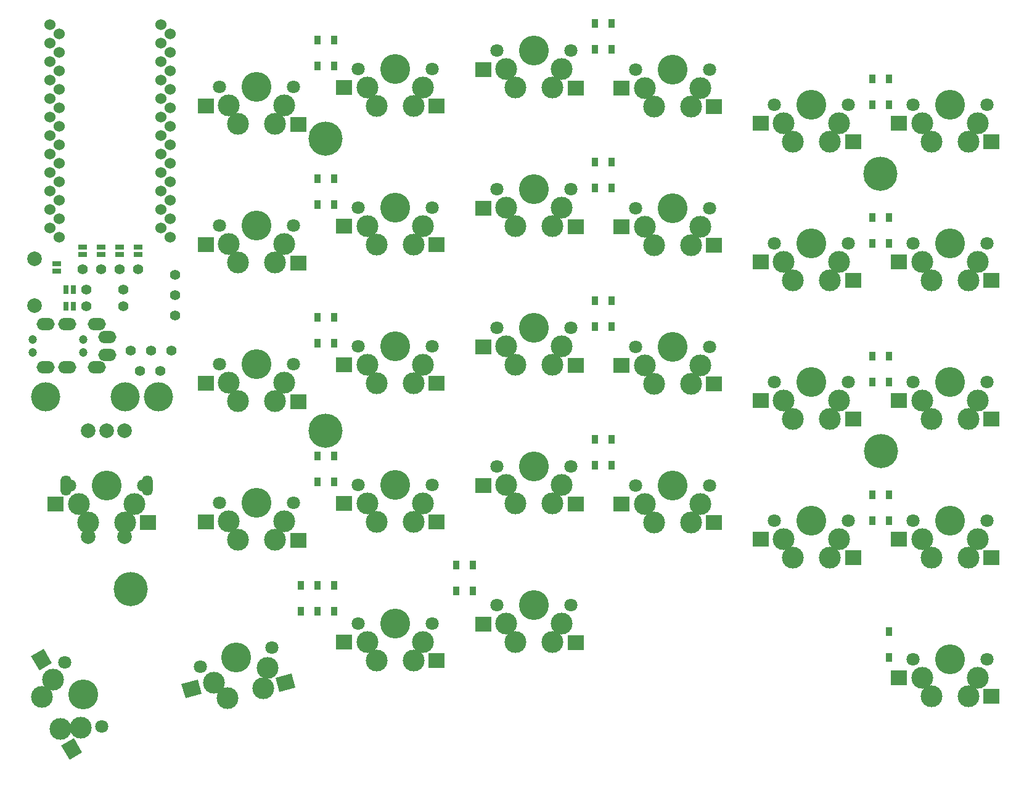
<source format=gts>
G04 #@! TF.GenerationSoftware,KiCad,Pcbnew,(6.0.2-0)*
G04 #@! TF.CreationDate,2022-02-19T09:10:41+00:00*
G04 #@! TF.ProjectId,SofleKeyboard,536f666c-654b-4657-9962-6f6172642e6b,rev?*
G04 #@! TF.SameCoordinates,Original*
G04 #@! TF.FileFunction,Soldermask,Top*
G04 #@! TF.FilePolarity,Negative*
%FSLAX46Y46*%
G04 Gerber Fmt 4.6, Leading zero omitted, Abs format (unit mm)*
G04 Created by KiCad (PCBNEW (6.0.2-0)) date 2022-02-19 09:10:41*
%MOMM*%
%LPD*%
G01*
G04 APERTURE LIST*
%ADD10R,0.950000X1.300000*%
%ADD11C,1.397000*%
%ADD12R,1.143000X0.635000*%
%ADD13C,2.000000*%
%ADD14C,3.000000*%
%ADD15C,1.800000*%
%ADD16C,4.100000*%
%ADD17R,2.300000X2.000000*%
%ADD18O,1.500000X2.800000*%
%ADD19C,4.000000*%
%ADD20C,4.700000*%
%ADD21C,1.524000*%
%ADD22C,1.200000*%
%ADD23O,2.500000X1.700000*%
%ADD24R,0.635000X1.143000*%
G04 APERTURE END LIST*
D10*
X122174000Y-45723000D03*
X122174000Y-49273000D03*
X124460000Y-45723000D03*
X124460000Y-49273000D03*
X160274000Y-43437000D03*
X160274000Y-46987000D03*
X162560000Y-43437000D03*
X162560000Y-46987000D03*
X198374000Y-51057000D03*
X198374000Y-54607000D03*
X200660000Y-51057000D03*
X200660000Y-54607000D03*
X122174000Y-64773000D03*
X122174000Y-68323000D03*
X124460000Y-64773000D03*
X124460000Y-68323000D03*
X160274000Y-62487000D03*
X160274000Y-66037000D03*
X162560000Y-62487000D03*
X162560000Y-66037000D03*
X198374000Y-70107000D03*
X198374000Y-73657000D03*
X200660000Y-70107000D03*
X200660000Y-73657000D03*
X122174000Y-83823000D03*
X122174000Y-87373000D03*
X124460000Y-83823000D03*
X124460000Y-87373000D03*
X160274000Y-81537000D03*
X160274000Y-85087000D03*
X162560000Y-81537000D03*
X162560000Y-85087000D03*
X198374000Y-89157000D03*
X198374000Y-92707000D03*
X200660000Y-89157000D03*
X200660000Y-92707000D03*
X122174000Y-102873000D03*
X122174000Y-106423000D03*
X124460000Y-102873000D03*
X124460000Y-106423000D03*
X160274000Y-100587000D03*
X160274000Y-104137000D03*
X162560000Y-100587000D03*
X162560000Y-104137000D03*
X198374000Y-108207000D03*
X198374000Y-111757000D03*
X200660000Y-108207000D03*
X200660000Y-111757000D03*
X119888000Y-120646000D03*
X119888000Y-124196000D03*
X122174000Y-120653000D03*
X122174000Y-124203000D03*
X124460000Y-120646000D03*
X124460000Y-124196000D03*
X141224000Y-117856000D03*
X141224000Y-121406000D03*
X143510000Y-117859000D03*
X143510000Y-121409000D03*
X200660000Y-127003000D03*
X200660000Y-130553000D03*
D11*
X89916000Y-77216000D03*
X92456000Y-77216000D03*
X94996000Y-77216000D03*
X97536000Y-77216000D03*
D12*
X97536000Y-75176380D03*
X97536000Y-74175620D03*
X94996000Y-75168760D03*
X94996000Y-74168000D03*
X92456000Y-75176380D03*
X92456000Y-74175620D03*
X89916000Y-75168760D03*
X89916000Y-74168000D03*
D11*
X95504000Y-82296000D03*
X90424000Y-82296000D03*
X95504000Y-80010000D03*
X90424000Y-80010000D03*
D13*
X83312000Y-75744000D03*
X83312000Y-82244000D03*
D14*
X111287180Y-57269380D03*
D15*
X118907180Y-52189380D03*
X108747180Y-52189380D03*
D14*
X110017180Y-54729381D03*
X117637180Y-54729380D03*
D16*
X113827180Y-52189380D03*
D14*
X116367180Y-57269380D03*
D17*
X106827180Y-54769380D03*
X119527180Y-57309380D03*
D14*
X135366000Y-54768000D03*
D15*
X127746000Y-49688000D03*
D16*
X132826000Y-49688000D03*
D15*
X137906000Y-49688000D03*
D14*
X130286000Y-54768000D03*
X129016000Y-52228001D03*
X136636000Y-52228000D03*
D17*
X125826000Y-52268000D03*
X138526000Y-54808000D03*
D14*
X148116000Y-49710001D03*
X154466000Y-52250000D03*
D15*
X146846000Y-47170000D03*
D16*
X151926000Y-47170000D03*
D14*
X149386000Y-52250000D03*
D15*
X157006000Y-47170000D03*
D14*
X155736000Y-49710000D03*
D17*
X144926000Y-49750000D03*
X157626000Y-52290000D03*
D15*
X176007000Y-49789000D03*
D14*
X174737000Y-52329000D03*
X167117000Y-52329001D03*
D16*
X170927000Y-49789000D03*
D14*
X168387000Y-54869000D03*
D15*
X165847000Y-49789000D03*
D14*
X173467000Y-54869000D03*
D17*
X163927000Y-52369000D03*
X176627000Y-54909000D03*
D14*
X192566000Y-59669000D03*
X186216000Y-57129001D03*
X193836000Y-57129000D03*
D15*
X195106000Y-54589000D03*
D16*
X190026000Y-54589000D03*
D14*
X187486000Y-59669000D03*
D15*
X184946000Y-54589000D03*
D17*
X183026000Y-57169000D03*
X195726000Y-59709000D03*
D14*
X205215340Y-57130741D03*
X206485340Y-59670740D03*
D16*
X209025340Y-54590740D03*
D15*
X214105340Y-54590740D03*
D14*
X211565340Y-59670740D03*
D15*
X203945340Y-54590740D03*
D14*
X212835340Y-57130740D03*
D17*
X202025340Y-57170740D03*
X214725340Y-59710740D03*
D15*
X118907180Y-71239380D03*
X108747180Y-71239380D03*
D14*
X117637180Y-73779380D03*
X110017180Y-73779381D03*
X116367180Y-76319380D03*
D16*
X113827180Y-71239380D03*
D14*
X111287180Y-76319380D03*
D17*
X106827180Y-73819380D03*
X119527180Y-76359380D03*
D14*
X130286000Y-73818000D03*
X129016000Y-71278001D03*
X136636000Y-71278000D03*
D15*
X137906000Y-68738000D03*
D16*
X132826000Y-68738000D03*
D15*
X127746000Y-68738000D03*
D14*
X135366000Y-73818000D03*
D17*
X125826000Y-71318000D03*
X138526000Y-73858000D03*
D14*
X154466000Y-71300000D03*
D16*
X151926000Y-66220000D03*
D14*
X149386000Y-71300000D03*
X148116000Y-68760001D03*
D15*
X146846000Y-66220000D03*
X157006000Y-66220000D03*
D14*
X155736000Y-68760000D03*
D17*
X144926000Y-68800000D03*
X157626000Y-71340000D03*
D14*
X168387000Y-73919000D03*
X173467000Y-73919000D03*
X167117000Y-71379001D03*
D15*
X165847000Y-68839000D03*
D16*
X170927000Y-68839000D03*
D14*
X174737000Y-71379000D03*
D15*
X176007000Y-68839000D03*
D17*
X163927000Y-71419000D03*
X176627000Y-73959000D03*
D14*
X187486000Y-78719000D03*
D15*
X184946000Y-73639000D03*
D14*
X192566000Y-78719000D03*
X193836000Y-76179000D03*
X186216000Y-76179001D03*
D15*
X195106000Y-73639000D03*
D16*
X190026000Y-73639000D03*
D17*
X183026000Y-76219000D03*
X195726000Y-78759000D03*
D14*
X211565340Y-78720740D03*
X206485340Y-78720740D03*
X212835340Y-76180740D03*
D16*
X209025340Y-73640740D03*
D14*
X205215340Y-76180741D03*
D15*
X214105340Y-73640740D03*
X203945340Y-73640740D03*
D17*
X202025340Y-76220740D03*
X214725340Y-78760740D03*
D14*
X117637180Y-92829380D03*
X111287180Y-95369380D03*
X110017180Y-92829381D03*
X116367180Y-95369380D03*
D15*
X118907180Y-90289380D03*
D16*
X113827180Y-90289380D03*
D15*
X108747180Y-90289380D03*
D17*
X106827180Y-92869380D03*
X119527180Y-95409380D03*
D14*
X136636000Y-90328000D03*
D15*
X127746000Y-87788000D03*
X137906000Y-87788000D03*
D14*
X135366000Y-92868000D03*
X130286000Y-92868000D03*
D16*
X132826000Y-87788000D03*
D14*
X129016000Y-90328001D03*
D17*
X125826000Y-90368000D03*
X138526000Y-92908000D03*
D14*
X154466000Y-90350000D03*
D15*
X146846000Y-85270000D03*
D14*
X148116000Y-87810001D03*
X149386000Y-90350000D03*
X155736000Y-87810000D03*
D16*
X151926000Y-85270000D03*
D15*
X157006000Y-85270000D03*
D17*
X144926000Y-87850000D03*
X157626000Y-90390000D03*
D16*
X170927000Y-87889000D03*
D15*
X165847000Y-87889000D03*
X176007000Y-87889000D03*
D14*
X174737000Y-90429000D03*
X167117000Y-90429001D03*
X173467000Y-92969000D03*
X168387000Y-92969000D03*
D17*
X163927000Y-90469000D03*
X176627000Y-93009000D03*
D16*
X190026000Y-92689000D03*
D14*
X193836000Y-95229000D03*
X187486000Y-97769000D03*
D15*
X195106000Y-92689000D03*
D14*
X192566000Y-97769000D03*
X186216000Y-95229001D03*
D15*
X184946000Y-92689000D03*
D17*
X183026000Y-95269000D03*
X195726000Y-97809000D03*
D15*
X118907180Y-109339380D03*
D14*
X117637180Y-111879380D03*
X110017180Y-111879381D03*
D16*
X113827180Y-109339380D03*
D14*
X111287180Y-114419380D03*
D15*
X108747180Y-109339380D03*
D14*
X116367180Y-114419380D03*
D17*
X106827180Y-111919380D03*
X119527180Y-114459380D03*
D14*
X135366000Y-111918000D03*
X129016000Y-109378001D03*
X130286000Y-111918000D03*
X136636000Y-109378000D03*
D15*
X127746000Y-106838000D03*
X137906000Y-106838000D03*
D16*
X132826000Y-106838000D03*
D17*
X125826000Y-109418000D03*
X138526000Y-111958000D03*
D16*
X151926000Y-104320000D03*
D15*
X157006000Y-104320000D03*
D14*
X149386000Y-109400000D03*
X155736000Y-106860000D03*
X148116000Y-106860001D03*
X154466000Y-109400000D03*
D15*
X146846000Y-104320000D03*
D17*
X144926000Y-106900000D03*
X157626000Y-109440000D03*
D14*
X173467000Y-112019000D03*
D16*
X170927000Y-106939000D03*
D15*
X176007000Y-106939000D03*
X165847000Y-106939000D03*
D14*
X174737000Y-109479000D03*
X168387000Y-112019000D03*
X167117000Y-109479001D03*
D17*
X163927000Y-109519000D03*
X176627000Y-112059000D03*
D15*
X195106000Y-111739000D03*
X184946000Y-111739000D03*
D14*
X192566000Y-116819000D03*
D16*
X190026000Y-111739000D03*
D14*
X193836000Y-114279000D03*
X187486000Y-116819000D03*
X186216000Y-114279001D03*
D17*
X183026000Y-114319000D03*
X195726000Y-116859000D03*
D13*
X95718000Y-99434000D03*
X90718000Y-99434000D03*
X93218000Y-99434000D03*
D18*
X87618000Y-106934000D03*
X98818000Y-106934000D03*
D13*
X90718000Y-113934000D03*
X95718000Y-113934000D03*
D15*
X87468000Y-131229591D03*
D14*
X85903295Y-133599444D03*
X89713295Y-140198557D03*
X86878591Y-140368705D03*
D16*
X90008000Y-135629000D03*
D14*
X84338591Y-135969295D03*
D15*
X92548000Y-140028409D03*
G36*
X82832629Y-130360893D02*
G01*
X84564679Y-129360893D01*
X85714679Y-131352751D01*
X83982629Y-132352751D01*
X82832629Y-130360893D01*
G37*
G36*
X86982925Y-142629416D02*
G01*
X88714975Y-141629416D01*
X89864975Y-143621274D01*
X88132925Y-144621274D01*
X86982925Y-142629416D01*
G37*
D14*
X107951223Y-133993553D03*
X109835349Y-136118304D03*
D16*
X110974000Y-130554000D03*
D14*
X115311578Y-132021351D03*
D15*
X115880903Y-129239199D03*
X106067097Y-131868801D03*
D14*
X114742252Y-134803503D03*
G36*
X104028276Y-136121390D02*
G01*
X103510638Y-134189538D01*
X105732268Y-133594254D01*
X106249906Y-135526106D01*
X104028276Y-136121390D01*
G37*
G36*
X116952935Y-135287840D02*
G01*
X116435297Y-133355988D01*
X118656927Y-132760704D01*
X119174565Y-134692556D01*
X116952935Y-135287840D01*
G37*
D15*
X127746000Y-125888000D03*
D16*
X132826000Y-125888000D03*
D14*
X136636000Y-128428000D03*
X129016000Y-128428001D03*
X135366000Y-130968000D03*
X130286000Y-130968000D03*
D15*
X137906000Y-125888000D03*
D17*
X125826000Y-128468000D03*
X138526000Y-131008000D03*
D16*
X151926000Y-123370000D03*
D14*
X155736000Y-125910000D03*
D15*
X146846000Y-123370000D03*
D14*
X149386000Y-128450000D03*
X148116000Y-125910001D03*
D15*
X157006000Y-123370000D03*
D14*
X154466000Y-128450000D03*
D17*
X144926000Y-125950000D03*
X157626000Y-128490000D03*
D16*
X209025340Y-130790740D03*
D15*
X203945340Y-130790740D03*
D14*
X212835340Y-133330740D03*
D15*
X214105340Y-130790740D03*
D14*
X206485340Y-135870740D03*
X205215340Y-133330741D03*
X211565340Y-135870740D03*
D17*
X202025340Y-133370740D03*
X214725340Y-135910740D03*
D19*
X100330000Y-94742000D03*
X84836000Y-94742000D03*
D20*
X199535000Y-102230000D03*
X96520000Y-121158000D03*
X199527000Y-64116000D03*
X123313000Y-99419000D03*
X123320000Y-59286000D03*
D21*
X85414000Y-43650000D03*
X101952815Y-44845745D03*
X85414000Y-46190000D03*
X101952815Y-47385745D03*
X85414000Y-48730000D03*
X101952815Y-49925745D03*
X101952815Y-52465745D03*
X85414000Y-51270000D03*
X101952815Y-55005745D03*
X85414000Y-53810000D03*
X85414000Y-56350000D03*
X101952815Y-57545745D03*
X101952815Y-60085745D03*
X85414000Y-58890000D03*
X85414000Y-61430000D03*
X101952815Y-62625745D03*
X101952815Y-65165745D03*
X85414000Y-63970000D03*
X101952815Y-67705745D03*
X85414000Y-66510000D03*
X85414000Y-69050000D03*
X101952815Y-70245745D03*
X85414000Y-71590000D03*
X101952815Y-72785745D03*
X100654000Y-71590000D03*
X86712815Y-72785745D03*
X86712815Y-70245745D03*
X100654000Y-69050000D03*
X86712815Y-67705745D03*
X100654000Y-66510000D03*
X86712815Y-65165745D03*
X100654000Y-63970000D03*
X86712815Y-62625745D03*
X100654000Y-61430000D03*
X100654000Y-58890000D03*
X86712815Y-60085745D03*
X86712815Y-57545745D03*
X100654000Y-56350000D03*
X100654000Y-53810000D03*
X86712815Y-55005745D03*
X86712815Y-52465745D03*
X100654000Y-51270000D03*
X100654000Y-48730000D03*
X86712815Y-49925745D03*
X86712815Y-47385745D03*
X100654000Y-46190000D03*
X100654000Y-43650000D03*
X86712815Y-44845745D03*
D12*
X86360000Y-76461620D03*
X86360000Y-77462380D03*
D22*
X83034000Y-88618000D03*
X83034000Y-86868000D03*
X90034000Y-88618000D03*
X90034000Y-86868000D03*
D23*
X91834000Y-90718000D03*
X91834000Y-84768000D03*
X87834000Y-84768000D03*
X87834000Y-90718000D03*
X84834000Y-84768000D03*
X84834000Y-90718000D03*
X93334000Y-88968000D03*
X93334000Y-86518000D03*
D11*
X102616000Y-77978000D03*
D19*
X95758000Y-94742000D03*
D11*
X102616000Y-83566000D03*
X102616000Y-80772000D03*
D14*
X211565340Y-116820740D03*
X205215340Y-114280741D03*
D15*
X203945340Y-111740740D03*
X214105340Y-111740740D03*
D14*
X212835340Y-114280740D03*
D16*
X209025340Y-111740740D03*
D14*
X206485340Y-116820740D03*
D17*
X202025340Y-114320740D03*
X214725340Y-116860740D03*
D14*
X206485340Y-97770740D03*
X211565340Y-97770740D03*
D16*
X209025340Y-92690740D03*
D14*
X205215340Y-95230741D03*
D15*
X203945340Y-92690740D03*
D14*
X212835340Y-95230740D03*
D15*
X214105340Y-92690740D03*
D17*
X202025340Y-95270740D03*
X214725340Y-97810740D03*
D14*
X95758000Y-112014000D03*
D15*
X88138000Y-106934000D03*
X98298000Y-106934000D03*
D14*
X89408000Y-109474001D03*
D16*
X93218000Y-106934000D03*
D14*
X90678000Y-112014000D03*
X97028000Y-109474000D03*
D17*
X86218000Y-109514000D03*
X98918000Y-112054000D03*
D24*
X87637620Y-82296000D03*
X88638380Y-82296000D03*
X87637620Y-80010000D03*
X88638380Y-80010000D03*
D11*
X100584000Y-91186000D03*
X96520000Y-88392000D03*
X99314000Y-88392000D03*
X102108000Y-88392000D03*
X97790000Y-91186000D03*
M02*

</source>
